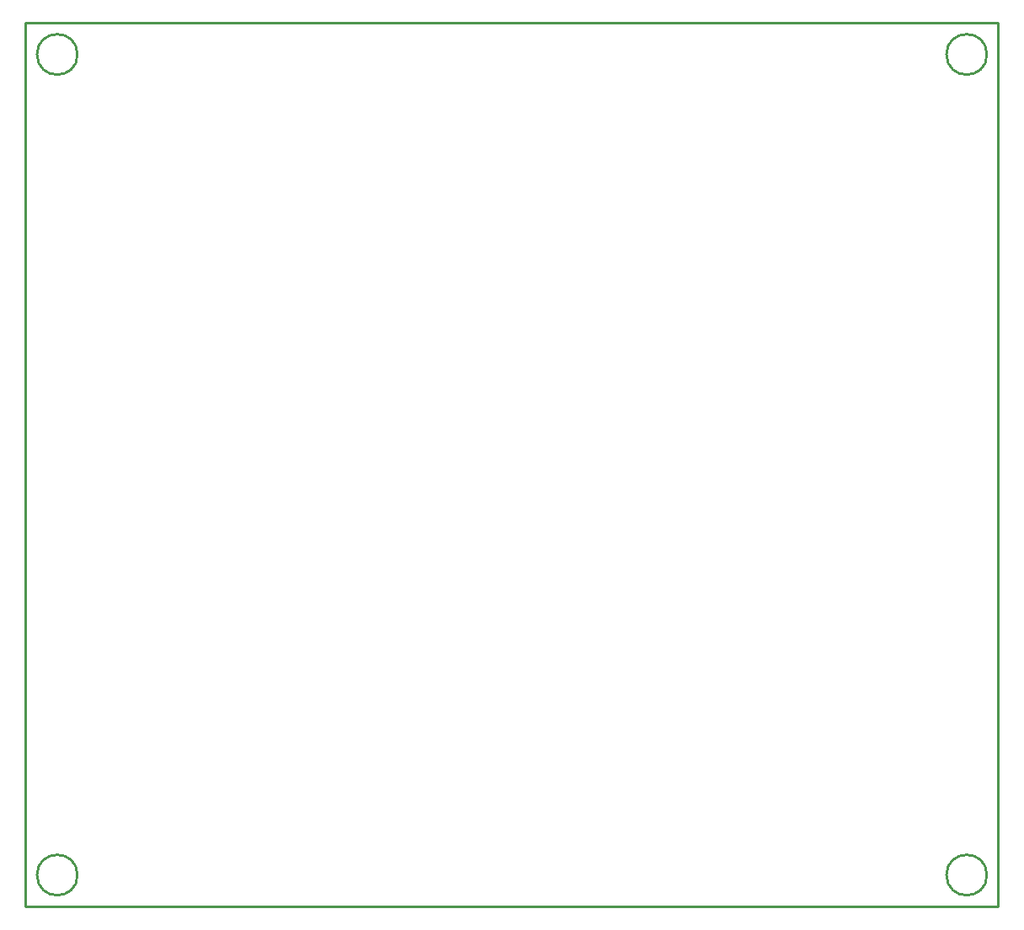
<source format=gm1>
%FSLAX25Y25*%
%MOIN*%
G70*
G01*
G75*
G04 Layer_Color=16711935*
%ADD10C,0.01200*%
%ADD11C,0.02500*%
%ADD12C,0.05800*%
%ADD13R,0.05600X0.05600*%
%ADD14C,0.07087*%
%ADD15C,0.04724*%
%ADD16C,0.07874*%
%ADD17R,0.07874X0.07874*%
%ADD18C,0.05512*%
%ADD19R,0.09843X0.07087*%
%ADD20O,0.09843X0.07087*%
%ADD21C,0.07087*%
%ADD22R,0.05906X0.05906*%
%ADD23C,0.05906*%
%ADD24R,0.07874X0.07874*%
%ADD25R,0.04724X0.04724*%
%ADD26C,0.08200*%
%ADD27R,0.05906X0.05906*%
%ADD28R,0.09843X0.07874*%
%ADD29O,0.09843X0.07874*%
%ADD30C,0.05000*%
%ADD31C,0.06000*%
%ADD32C,0.01000*%
%ADD33C,0.00787*%
%ADD34C,0.00600*%
%ADD35C,0.00300*%
%ADD36C,0.00591*%
%ADD37C,0.06600*%
%ADD38R,0.06400X0.06400*%
%ADD39C,0.07887*%
%ADD40C,0.05524*%
%ADD41C,0.08674*%
%ADD42R,0.08674X0.08674*%
%ADD43C,0.06312*%
%ADD44R,0.10642X0.07887*%
%ADD45O,0.10642X0.07887*%
%ADD46C,0.07887*%
%ADD47R,0.06706X0.06706*%
%ADD48C,0.06706*%
%ADD49R,0.08674X0.08674*%
%ADD50R,0.05524X0.05524*%
%ADD51C,0.09000*%
%ADD52R,0.06706X0.06706*%
%ADD53R,0.10642X0.08674*%
%ADD54O,0.10642X0.08674*%
%ADD55C,0.06800*%
%ADD56C,0.00800*%
D32*
X380500Y287500D02*
G03*
X380500Y287500I-8000J0D01*
G01*
X20500D02*
G03*
X20500Y287500I-8000J0D01*
G01*
Y-37500D02*
G03*
X20500Y-37500I-8000J0D01*
G01*
X380500D02*
G03*
X380500Y-37500I-8000J0D01*
G01*
X0Y300000D02*
X385000D01*
X0Y-50000D02*
Y300000D01*
X385000Y-50000D02*
Y300000D01*
X0Y-50000D02*
X385000D01*
M02*

</source>
